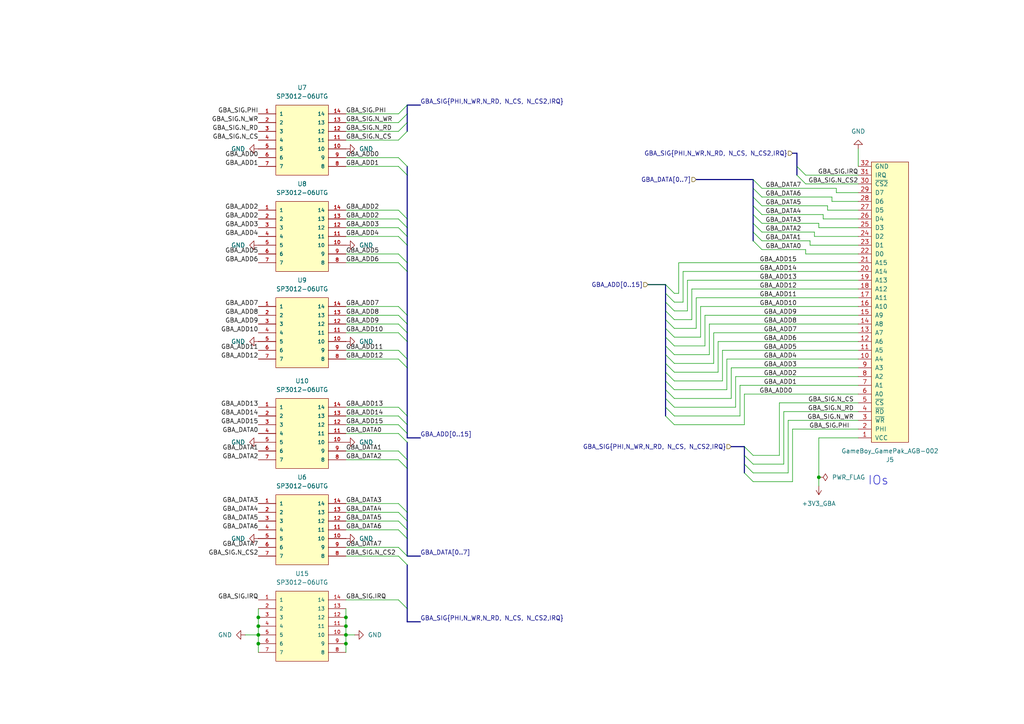
<source format=kicad_sch>
(kicad_sch (version 20250114) (generator "eeschema") (generator_version "9.0")
  (paper "A4")
  (lib_symbols
    (symbol "+3V3_4" (power) (pin_numbers (hide yes)) (pin_names (offset 0) (hide yes))
      (property "Value" "+3V3" (at 0 3.556 0))
      (symbol "+3V3_4_0_1"
        (polyline (pts (xy -0.762 1.27) (xy 0 2.54)))
        (polyline (pts (xy 0 2.54) (xy 0.762 1.27)))
        (polyline (pts (xy 0 0) (xy 0 2.54)))
      )
      (symbol "+3V3_4_1_1"
        (pin power_in line (at 0 0 90) (length 0) (name "~") (number "1"))
      )
    )
    (symbol "Connector_GameBoy:GameBoy_GamePak_AGB-002" (pin_names (offset 1.016))
      (property "Reference" "J" (at -1.27 41.91 0))
      (property "Value" "GameBoy_GamePak_AGB-002" (at -5.08 -42.545 0))
      (symbol "GameBoy_GamePak_AGB-002_0_1"
        (rectangle (start 0 40.64) (end -10.795 -40.64) (fill (type background)))
      )
      (symbol "GameBoy_GamePak_AGB-002_1_1"
        (pin passive line (at 3.81 39.37 180) (length 3.81) (name "VCC") (number "1"))
        (pin passive line (at 3.81 36.83 180) (length 3.81) (name "PHI") (number "2"))
        (pin passive line (at 3.81 34.29 180) (length 3.81) (name "~{WR}") (number "3"))
        (pin passive line (at 3.81 31.75 180) (length 3.81) (name "~{RD}") (number "4"))
        (pin passive line (at 3.81 29.21 180) (length 3.81) (name "~{CS}") (number "5"))
        (pin passive line (at 3.81 26.67 180) (length 3.81) (name "A0") (number "6"))
        (pin passive line (at 3.81 24.13 180) (length 3.81) (name "A1") (number "7"))
        (pin passive line (at 3.81 21.59 180) (length 3.81) (name "A2") (number "8"))
        (pin passive line (at 3.81 19.05 180) (length 3.81) (name "A3") (number "9"))
        (pin passive line (at 3.81 16.51 180) (length 3.81) (name "A4") (number "10"))
        (pin passive line (at 3.81 13.97 180) (length 3.81) (name "A5") (number "11"))
        (pin passive line (at 3.81 11.43 180) (length 3.81) (name "A6") (number "12"))
        (pin passive line (at 3.81 8.89 180) (length 3.81) (name "A7") (number "13"))
        (pin passive line (at 3.81 6.35 180) (length 3.81) (name "A8") (number "14"))
        (pin passive line (at 3.81 3.81 180) (length 3.81) (name "A9") (number "15"))
        (pin passive line (at 3.81 1.27 180) (length 3.81) (name "A10") (number "16"))
        (pin passive line (at 3.81 -1.27 180) (length 3.81) (name "A11") (number "17"))
        (pin passive line (at 3.81 -3.81 180) (length 3.81) (name "A12") (number "18"))
        (pin passive line (at 3.81 -6.35 180) (length 3.81) (name "A13") (number "19"))
        (pin passive line (at 3.81 -8.89 180) (length 3.81) (name "A14") (number "20"))
        (pin passive line (at 3.81 -11.43 180) (length 3.81) (name "A15") (number "21"))
        (pin passive line (at 3.81 -13.97 180) (length 3.81) (name "D0") (number "22"))
        (pin passive line (at 3.81 -16.51 180) (length 3.81) (name "D1") (number "23"))
        (pin passive line (at 3.81 -19.05 180) (length 3.81) (name "D2") (number "24"))
        (pin passive line (at 3.81 -21.59 180) (length 3.81) (name "D3") (number "25"))
        (pin passive line (at 3.81 -24.13 180) (length 3.81) (name "D4") (number "26"))
        (pin passive line (at 3.81 -26.67 180) (length 3.81) (name "D5") (number "27"))
        (pin passive line (at 3.81 -29.21 180) (length 3.81) (name "D6") (number "28"))
        (pin passive line (at 3.81 -31.75 180) (length 3.81) (name "D7") (number "29"))
        (pin passive line (at 3.81 -34.29 180) (length 3.81) (name "~{CS2}") (number "30"))
        (pin passive line (at 3.81 -36.83 180) (length 3.81) (name "IRQ") (number "31"))
        (pin passive line (at 3.81 -39.37 180) (length 3.81) (name "GND") (number "32"))
      )
    )
    (symbol "GND_1" (power) (pin_numbers (hide yes)) (pin_names (offset 0) (hide yes))
      (property "Value" "GND" (at 0 -3.81 0))
      (symbol "GND_1_0_1"
        (polyline (pts (xy 0 0) (xy 0 -1.27) (xy 1.27 -1.27) (xy 0 -2.54) (xy -1.27 -1.27) (xy 0 -1.27)))
      )
      (symbol "GND_1_1_1"
        (pin power_in line (at 0 0 270) (length 0) (name "~") (number "1"))
      )
    )
    (symbol "SP3012-06UTG:SP3012-06UTG" (pin_names (offset 1.016))
      (property "Reference" "U" (at -7.62 10.668 0))
      (property "Value" "SP3012-06UTG" (at -7.62 -12.7 0))
      (symbol "SP3012-06UTG_0_0"
        (rectangle (start -7.62 -10.16) (end 7.62 10.16) (stroke (width 0.1524)) (fill (type background)))
        (pin passive line (at -12.7 7.62 0) (length 5.08) (name "1") (number "1"))
        (pin passive line (at -12.7 5.08 0) (length 5.08) (name "2") (number "2"))
        (pin passive line (at -12.7 2.54 0) (length 5.08) (name "3") (number "3"))
        (pin passive line (at -12.7 0 0) (length 5.08) (name "4") (number "4"))
        (pin passive line (at -12.7 -2.54 0) (length 5.08) (name "5") (number "5"))
        (pin passive line (at -12.7 -5.08 0) (length 5.08) (name "6") (number "6"))
        (pin passive line (at -12.7 -7.62 0) (length 5.08) (name "7") (number "7"))
        (pin passive line (at 12.7 7.62 180) (length 5.08) (name "14") (number "14"))
        (pin passive line (at 12.7 5.08 180) (length 5.08) (name "13") (number "13"))
        (pin passive line (at 12.7 2.54 180) (length 5.08) (name "12") (number "12"))
        (pin passive line (at 12.7 0 180) (length 5.08) (name "11") (number "11"))
        (pin passive line (at 12.7 -2.54 180) (length 5.08) (name "10") (number "10"))
        (pin passive line (at 12.7 -5.08 180) (length 5.08) (name "9") (number "9"))
        (pin passive line (at 12.7 -7.62 180) (length 5.08) (name "8") (number "8"))
      )
    )
    (symbol "power:GND" (power) (pin_numbers (hide yes)) (pin_names (offset 0) (hide yes))
      (property "Value" "GND" (at 0 -3.81 0))
      (symbol "GND_0_1"
        (polyline (pts (xy 0 0) (xy 0 -1.27) (xy 1.27 -1.27) (xy 0 -2.54) (xy -1.27 -1.27) (xy 0 -1.27)))
      )
      (symbol "GND_1_1"
        (pin power_in line (at 0 0 270) (length 0) (name "~") (number "1"))
      )
    )
    (symbol "power:PWR_FLAG" (power) (pin_numbers (hide yes)) (pin_names (offset 0) (hide yes))
      (property "Value" "PWR_FLAG" (at 0 3.81 0))
      (symbol "PWR_FLAG_0_0"
        (pin power_out line (at 0 0 90) (length 0) (name "~") (number "1"))
      )
      (symbol "PWR_FLAG_0_1"
        (polyline (pts (xy 0 0) (xy 0 1.27) (xy -1.016 1.905) (xy 0 2.54) (xy 1.016 1.905) (xy 0 1.27)))
      )
    )
  )
  (text "IOs" (at 257.81 140.97 0) (effects (font (size 2.54 2.54)) (justify right bottom)))
  (junction (at 74.93 181.61))
  (junction (at 100.33 181.61))
  (junction (at 74.93 179.07))
  (junction (at 74.93 186.69))
  (junction (at 100.33 186.69))
  (junction (at 237.49 138.43))
  (junction (at 74.93 184.15))
  (junction (at 100.33 184.15))
  (junction (at 100.33 179.07))
  (bus_entry (at 218.44 52.07) (size 2.54 2.54))
  (bus_entry (at 193.04 115.57) (size 2.54 2.54))
  (bus_entry (at 218.44 62.23) (size 2.54 2.54))
  (bus_entry (at 215.9 132.08) (size 2.54 2.54))
  (bus_entry (at 118.11 128.27) (size -2.54 -2.54))
  (bus_entry (at 193.04 95.25) (size 2.54 2.54))
  (bus_entry (at 193.04 107.95) (size 2.54 2.54))
  (bus_entry (at 193.04 97.79) (size 2.54 2.54))
  (bus_entry (at 118.11 68.58) (size -2.54 -2.54))
  (bus_entry (at 118.11 96.52) (size -2.54 -2.54))
  (bus_entry (at 118.11 33.02) (size -2.54 2.54))
  (bus_entry (at 231.14 50.8) (size 2.54 2.54))
  (bus_entry (at 118.11 151.13) (size -2.54 -2.54))
  (bus_entry (at 193.04 92.71) (size 2.54 2.54))
  (bus_entry (at 118.11 120.65) (size -2.54 -2.54))
  (bus_entry (at 118.11 153.67) (size -2.54 -2.54))
  (bus_entry (at 118.11 91.44) (size -2.54 -2.54))
  (bus_entry (at 118.11 99.06) (size -2.54 -2.54))
  (bus_entry (at 193.04 102.87) (size 2.54 2.54))
  (bus_entry (at 118.11 76.2) (size -2.54 -2.54))
  (bus_entry (at 118.11 38.1) (size -2.54 2.54))
  (bus_entry (at 118.11 104.14) (size -2.54 -2.54))
  (bus_entry (at 193.04 105.41) (size 2.54 2.54))
  (bus_entry (at 218.44 57.15) (size 2.54 2.54))
  (bus_entry (at 193.04 87.63) (size 2.54 2.54))
  (bus_entry (at 218.44 69.85) (size 2.54 2.54))
  (bus_entry (at 118.11 63.5) (size -2.54 -2.54))
  (bus_entry (at 193.04 110.49) (size 2.54 2.54))
  (bus_entry (at 193.04 113.03) (size 2.54 2.54))
  (bus_entry (at 118.11 135.89) (size -2.54 -2.54))
  (bus_entry (at 118.11 50.8) (size -2.54 -2.54))
  (bus_entry (at 218.44 59.69) (size 2.54 2.54))
  (bus_entry (at 215.9 129.54) (size 2.54 2.54))
  (bus_entry (at 231.14 48.26) (size 2.54 2.54))
  (bus_entry (at 193.04 90.17) (size 2.54 2.54))
  (bus_entry (at 193.04 85.09) (size 2.54 2.54))
  (bus_entry (at 118.11 71.12) (size -2.54 -2.54))
  (bus_entry (at 218.44 54.61) (size 2.54 2.54))
  (bus_entry (at 118.11 123.19) (size -2.54 -2.54))
  (bus_entry (at 215.9 137.16) (size 2.54 2.54))
  (bus_entry (at 118.11 30.48) (size -2.54 2.54))
  (bus_entry (at 118.11 106.68) (size -2.54 -2.54))
  (bus_entry (at 118.11 78.74) (size -2.54 -2.54))
  (bus_entry (at 118.11 148.59) (size -2.54 -2.54))
  (bus_entry (at 118.11 66.04) (size -2.54 -2.54))
  (bus_entry (at 118.11 93.98) (size -2.54 -2.54))
  (bus_entry (at 118.11 176.53) (size -2.54 -2.54))
  (bus_entry (at 118.11 161.29) (size -2.54 -2.54))
  (bus_entry (at 218.44 67.31) (size 2.54 2.54))
  (bus_entry (at 193.04 118.11) (size 2.54 2.54))
  (bus_entry (at 193.04 100.33) (size 2.54 2.54))
  (bus_entry (at 118.11 133.35) (size -2.54 -2.54))
  (bus_entry (at 118.11 48.26) (size -2.54 -2.54))
  (bus_entry (at 118.11 163.83) (size -2.54 -2.54))
  (bus_entry (at 218.44 64.77) (size 2.54 2.54))
  (bus_entry (at 118.11 156.21) (size -2.54 -2.54))
  (bus_entry (at 118.11 35.56) (size -2.54 2.54))
  (bus_entry (at 193.04 120.65) (size 2.54 2.54))
  (bus_entry (at 118.11 125.73) (size -2.54 -2.54))
  (bus_entry (at 193.04 82.55) (size 2.54 2.54))
  (bus_entry (at 215.9 134.62) (size 2.54 2.54))
  (bus (pts (xy 118.11 104.14) (xy 118.11 106.68)))
  (wire (pts (xy 214.63 111.76) (xy 248.92 111.76)))
  (wire (pts (xy 248.92 43.18) (xy 248.92 48.26)))
  (wire (pts (xy 208.28 107.95) (xy 208.28 99.06)))
  (bus (pts (xy 118.11 156.21) (xy 118.11 161.29)))
  (wire (pts (xy 208.28 99.06) (xy 248.92 99.06)))
  (bus (pts (xy 193.04 110.49) (xy 193.04 107.95)))
  (bus (pts (xy 212.09 129.54) (xy 215.9 129.54)))
  (wire (pts (xy 220.98 72.39) (xy 233.68 72.39)))
  (bus (pts (xy 193.04 82.55) (xy 187.96 82.55)))
  (wire (pts (xy 201.93 95.25) (xy 201.93 86.36)))
  (wire (pts (xy 100.33 76.2) (xy 115.57 76.2)))
  (wire (pts (xy 195.58 85.09) (xy 196.85 85.09)))
  (bus (pts (xy 118.11 63.5) (xy 118.11 66.04)))
  (bus (pts (xy 118.11 30.48) (xy 118.11 33.02)))
  (bus (pts (xy 118.11 161.29) (xy 121.92 161.29)))
  (wire (pts (xy 195.58 100.33) (xy 204.47 100.33)))
  (wire (pts (xy 100.33 123.19) (xy 115.57 123.19)))
  (bus (pts (xy 229.87 44.45) (xy 231.14 44.45)))
  (wire (pts (xy 220.98 69.85) (xy 234.95 69.85)))
  (wire (pts (xy 218.44 137.16) (xy 228.6 137.16)))
  (wire (pts (xy 100.33 186.69) (xy 100.33 189.23)))
  (wire (pts (xy 100.33 60.96) (xy 115.57 60.96)))
  (wire (pts (xy 215.9 114.3) (xy 248.92 114.3)))
  (bus (pts (xy 118.11 151.13) (xy 118.11 153.67)))
  (wire (pts (xy 74.93 184.15) (xy 74.93 186.69)))
  (wire (pts (xy 100.33 181.61) (xy 100.33 184.15)))
  (wire (pts (xy 100.33 96.52) (xy 115.57 96.52)))
  (wire (pts (xy 218.44 132.08) (xy 226.06 132.08)))
  (bus (pts (xy 118.11 127) (xy 121.92 127)))
  (wire (pts (xy 236.22 67.31) (xy 236.22 68.58)))
  (bus (pts (xy 193.04 118.11) (xy 193.04 115.57)))
  (wire (pts (xy 100.33 161.29) (xy 115.57 161.29)))
  (bus (pts (xy 231.14 48.26) (xy 231.14 50.8)))
  (wire (pts (xy 198.12 87.63) (xy 198.12 78.74)))
  (wire (pts (xy 237.49 64.77) (xy 237.49 66.04)))
  (wire (pts (xy 205.74 102.87) (xy 205.74 93.98)))
  (bus (pts (xy 118.11 153.67) (xy 118.11 156.21)))
  (wire (pts (xy 237.49 138.43) (xy 237.49 127)))
  (wire (pts (xy 195.58 95.25) (xy 201.93 95.25)))
  (wire (pts (xy 198.12 78.74) (xy 248.92 78.74)))
  (wire (pts (xy 195.58 90.17) (xy 199.39 90.17)))
  (wire (pts (xy 218.44 139.7) (xy 229.87 139.7)))
  (wire (pts (xy 238.76 63.5) (xy 248.92 63.5)))
  (wire (pts (xy 100.33 38.1) (xy 115.57 38.1)))
  (wire (pts (xy 233.68 53.34) (xy 248.92 53.34)))
  (wire (pts (xy 241.3 57.15) (xy 241.3 58.42)))
  (wire (pts (xy 240.03 60.96) (xy 248.92 60.96)))
  (wire (pts (xy 195.58 97.79) (xy 203.2 97.79)))
  (bus (pts (xy 118.11 128.27) (xy 118.11 133.35)))
  (wire (pts (xy 100.33 146.05) (xy 115.57 146.05)))
  (wire (pts (xy 220.98 59.69) (xy 240.03 59.69)))
  (wire (pts (xy 204.47 100.33) (xy 204.47 91.44)))
  (wire (pts (xy 229.87 124.46) (xy 248.92 124.46)))
  (bus (pts (xy 118.11 120.65) (xy 118.11 123.19)))
  (wire (pts (xy 195.58 107.95) (xy 208.28 107.95)))
  (wire (pts (xy 196.85 76.2) (xy 248.92 76.2)))
  (wire (pts (xy 234.95 71.12) (xy 248.92 71.12)))
  (wire (pts (xy 227.33 119.38) (xy 248.92 119.38)))
  (wire (pts (xy 228.6 121.92) (xy 248.92 121.92)))
  (bus (pts (xy 118.11 71.12) (xy 118.11 76.2)))
  (wire (pts (xy 100.33 125.73) (xy 115.57 125.73)))
  (wire (pts (xy 100.33 176.53) (xy 100.33 179.07)))
  (wire (pts (xy 100.33 130.81) (xy 115.57 130.81)))
  (wire (pts (xy 100.33 151.13) (xy 115.57 151.13)))
  (wire (pts (xy 199.39 81.28) (xy 248.92 81.28)))
  (wire (pts (xy 100.33 184.15) (xy 100.33 186.69)))
  (wire (pts (xy 207.01 105.41) (xy 207.01 96.52)))
  (bus (pts (xy 118.11 68.58) (xy 118.11 71.12)))
  (bus (pts (xy 218.44 64.77) (xy 218.44 62.23)))
  (wire (pts (xy 212.09 115.57) (xy 212.09 106.68)))
  (wire (pts (xy 100.33 120.65) (xy 115.57 120.65)))
  (wire (pts (xy 226.06 132.08) (xy 226.06 116.84)))
  (bus (pts (xy 218.44 59.69) (xy 218.44 57.15)))
  (bus (pts (xy 215.9 129.54) (xy 215.9 132.08)))
  (wire (pts (xy 195.58 92.71) (xy 200.66 92.71)))
  (wire (pts (xy 115.57 73.66) (xy 100.33 73.66)))
  (wire (pts (xy 209.55 110.49) (xy 209.55 101.6)))
  (bus (pts (xy 218.44 57.15) (xy 218.44 54.61)))
  (bus (pts (xy 231.14 44.45) (xy 231.14 48.26)))
  (wire (pts (xy 100.33 158.75) (xy 115.57 158.75)))
  (bus (pts (xy 118.11 99.06) (xy 118.11 104.14)))
  (wire (pts (xy 100.33 48.26) (xy 115.57 48.26)))
  (bus (pts (xy 193.04 113.03) (xy 193.04 110.49)))
  (wire (pts (xy 195.58 118.11) (xy 213.36 118.11)))
  (wire (pts (xy 220.98 64.77) (xy 237.49 64.77)))
  (bus (pts (xy 193.04 115.57) (xy 193.04 113.03)))
  (wire (pts (xy 195.58 120.65) (xy 214.63 120.65)))
  (bus (pts (xy 118.11 96.52) (xy 118.11 99.06)))
  (bus (pts (xy 218.44 52.07) (xy 218.44 54.61)))
  (wire (pts (xy 226.06 116.84) (xy 248.92 116.84)))
  (bus (pts (xy 118.11 135.89) (xy 118.11 148.59)))
  (wire (pts (xy 215.9 123.19) (xy 215.9 114.3)))
  (wire (pts (xy 100.33 63.5) (xy 115.57 63.5)))
  (wire (pts (xy 237.49 140.97) (xy 237.49 138.43)))
  (bus (pts (xy 193.04 105.41) (xy 193.04 102.87)))
  (wire (pts (xy 228.6 137.16) (xy 228.6 121.92)))
  (wire (pts (xy 204.47 91.44) (xy 248.92 91.44)))
  (wire (pts (xy 195.58 123.19) (xy 215.9 123.19)))
  (wire (pts (xy 100.33 133.35) (xy 115.57 133.35)))
  (wire (pts (xy 233.68 72.39) (xy 233.68 73.66)))
  (wire (pts (xy 227.33 134.62) (xy 227.33 119.38)))
  (bus (pts (xy 118.11 48.26) (xy 118.11 50.8)))
  (wire (pts (xy 200.66 83.82) (xy 248.92 83.82)))
  (wire (pts (xy 234.95 69.85) (xy 234.95 71.12)))
  (wire (pts (xy 195.58 102.87) (xy 205.74 102.87)))
  (bus (pts (xy 118.11 176.53) (xy 118.11 163.83)))
  (wire (pts (xy 195.58 110.49) (xy 209.55 110.49)))
  (bus (pts (xy 218.44 67.31) (xy 218.44 64.77)))
  (bus (pts (xy 118.11 148.59) (xy 118.11 151.13)))
  (wire (pts (xy 205.74 93.98) (xy 248.92 93.98)))
  (wire (pts (xy 248.92 50.8) (xy 233.68 50.8)))
  (wire (pts (xy 187.96 82.55) (xy 193.04 82.55)))
  (bus (pts (xy 118.11 106.68) (xy 118.11 120.65)))
  (wire (pts (xy 115.57 45.72) (xy 100.33 45.72)))
  (wire (pts (xy 220.98 57.15) (xy 241.3 57.15)))
  (wire (pts (xy 195.58 113.03) (xy 210.82 113.03)))
  (wire (pts (xy 233.68 73.66) (xy 248.92 73.66)))
  (wire (pts (xy 74.93 176.53) (xy 74.93 179.07)))
  (bus (pts (xy 215.9 137.16) (xy 215.9 134.62)))
  (bus (pts (xy 118.11 123.19) (xy 118.11 125.73)))
  (bus (pts (xy 193.04 102.87) (xy 193.04 100.33)))
  (wire (pts (xy 196.85 85.09) (xy 196.85 76.2)))
  (wire (pts (xy 100.33 93.98) (xy 115.57 93.98)))
  (wire (pts (xy 115.57 35.56) (xy 100.33 35.56)))
  (wire (pts (xy 220.98 67.31) (xy 236.22 67.31)))
  (wire (pts (xy 236.22 68.58) (xy 248.92 68.58)))
  (wire (pts (xy 237.49 127) (xy 248.92 127)))
  (wire (pts (xy 100.33 68.58) (xy 115.57 68.58)))
  (bus (pts (xy 193.04 87.63) (xy 193.04 90.17)))
  (bus (pts (xy 218.44 62.23) (xy 218.44 59.69)))
  (wire (pts (xy 238.76 62.23) (xy 238.76 63.5)))
  (wire (pts (xy 213.36 109.22) (xy 248.92 109.22)))
  (bus (pts (xy 193.04 87.63) (xy 193.04 85.09)))
  (bus (pts (xy 218.44 69.85) (xy 218.44 67.31)))
  (bus (pts (xy 193.04 120.65) (xy 193.04 118.11)))
  (wire (pts (xy 74.93 181.61) (xy 74.93 184.15)))
  (wire (pts (xy 237.49 66.04) (xy 248.92 66.04)))
  (bus (pts (xy 193.04 100.33) (xy 193.04 97.79)))
  (wire (pts (xy 218.44 134.62) (xy 227.33 134.62)))
  (wire (pts (xy 203.2 88.9) (xy 248.92 88.9)))
  (wire (pts (xy 195.58 115.57) (xy 212.09 115.57)))
  (bus (pts (xy 193.04 95.25) (xy 193.04 92.71)))
  (wire (pts (xy 212.09 106.68) (xy 248.92 106.68)))
  (wire (pts (xy 210.82 104.14) (xy 248.92 104.14)))
  (wire (pts (xy 195.58 87.63) (xy 198.12 87.63)))
  (wire (pts (xy 207.01 96.52) (xy 248.92 96.52)))
  (bus (pts (xy 218.44 52.07) (xy 201.93 52.07)))
  (wire (pts (xy 240.03 59.69) (xy 240.03 60.96)))
  (wire (pts (xy 74.93 186.69) (xy 74.93 189.23)))
  (wire (pts (xy 200.66 92.71) (xy 200.66 83.82)))
  (wire (pts (xy 214.63 120.65) (xy 214.63 111.76)))
  (bus (pts (xy 118.11 33.02) (xy 118.11 35.56)))
  (wire (pts (xy 242.57 54.61) (xy 242.57 55.88)))
  (wire (pts (xy 220.98 54.61) (xy 242.57 54.61)))
  (bus (pts (xy 118.11 93.98) (xy 118.11 96.52)))
  (wire (pts (xy 199.39 90.17) (xy 199.39 81.28)))
  (wire (pts (xy 102.87 184.15) (xy 100.33 184.15)))
  (bus (pts (xy 215.9 132.08) (xy 215.9 134.62)))
  (wire (pts (xy 100.33 173.99) (xy 115.57 173.99)))
  (wire (pts (xy 201.93 86.36) (xy 248.92 86.36)))
  (wire (pts (xy 100.33 153.67) (xy 115.57 153.67)))
  (wire (pts (xy 209.55 101.6) (xy 248.92 101.6)))
  (wire (pts (xy 241.3 58.42) (xy 248.92 58.42)))
  (bus (pts (xy 118.11 35.56) (xy 118.11 38.1)))
  (wire (pts (xy 115.57 101.6) (xy 100.33 101.6)))
  (wire (pts (xy 242.57 55.88) (xy 248.92 55.88)))
  (bus (pts (xy 118.11 50.8) (xy 118.11 63.5)))
  (wire (pts (xy 71.12 184.15) (xy 74.93 184.15)))
  (bus (pts (xy 193.04 92.71) (xy 193.04 90.17)))
  (bus (pts (xy 118.11 91.44) (xy 118.11 93.98)))
  (wire (pts (xy 100.33 179.07) (xy 100.33 181.61)))
  (bus (pts (xy 118.11 78.74) (xy 118.11 91.44)))
  (bus (pts (xy 193.04 107.95) (xy 193.04 105.41)))
  (wire (pts (xy 229.87 139.7) (xy 229.87 124.46)))
  (wire (pts (xy 100.33 104.14) (xy 115.57 104.14)))
  (bus (pts (xy 118.11 125.73) (xy 118.11 127)))
  (bus (pts (xy 121.92 180.34) (xy 118.11 180.34)))
  (wire (pts (xy 100.33 88.9) (xy 115.57 88.9)))
  (bus (pts (xy 118.11 30.48) (xy 121.92 30.48)))
  (wire (pts (xy 210.82 113.03) (xy 210.82 104.14)))
  (bus (pts (xy 118.11 133.35) (xy 118.11 135.89)))
  (wire (pts (xy 100.33 91.44) (xy 115.57 91.44)))
  (wire (pts (xy 74.93 179.07) (xy 74.93 181.61)))
  (wire (pts (xy 100.33 118.11) (xy 115.57 118.11)))
  (bus (pts (xy 193.04 85.09) (xy 193.04 82.55)))
  (wire (pts (xy 100.33 148.59) (xy 115.57 148.59)))
  (wire (pts (xy 195.58 105.41) (xy 207.01 105.41)))
  (wire (pts (xy 100.33 66.04) (xy 115.57 66.04)))
  (bus (pts (xy 193.04 97.79) (xy 193.04 95.25)))
  (bus (pts (xy 118.11 180.34) (xy 118.11 176.53)))
  (wire (pts (xy 220.98 62.23) (xy 238.76 62.23)))
  (wire (pts (xy 115.57 40.64) (xy 100.33 40.64)))
  (wire (pts (xy 213.36 118.11) (xy 213.36 109.22)))
  (bus (pts (xy 118.11 66.04) (xy 118.11 68.58)))
  (wire (pts (xy 203.2 97.79) (xy 203.2 88.9)))
  (bus (pts (xy 118.11 76.2) (xy 118.11 78.74)))
  (wire (pts (xy 115.57 33.02) (xy 100.33 33.02)))
  (label "GBA_SIG.N_CS" (at 100.33 40.64 0))
  (label "GBA_ADD0" (at 229.87 114.3 180))
  (label "GBA_ADD7" (at 231.14 96.52 180))
  (label "GBA_ADD6" (at 231.14 99.06 180))
  (label "GBA_ADD9" (at 231.14 91.44 180))
  (label "GBA_ADD14" (at 74.93 120.65 180))
  (label "GBA_ADD5" (at 100.33 73.66 0))
  (label "GBA_ADD2" (at 74.93 63.5 180))
  (label "GBA_DATA4" (at 74.93 148.59 180))
  (label "GBA_SIG{PHI,N_WR,N_RD, N_CS, N_CS2,IRQ}" (at 121.92 30.48 0))
  (label "GBA_DATA0" (at 74.93 125.73 180))
  (label "GBA_ADD3" (at 100.33 66.04 0))
  (label "GBA_ADD2" (at 74.93 60.96 180))
  (label "GBA_ADD8" (at 74.93 91.44 180))
  (label "GBA_DATA0" (at 232.41 72.39 180))
  (label "GBA_ADD13" (at 100.33 118.11 0))
  (label "GBA_ADD4" (at 100.33 68.58 0))
  (label "GBA_ADD8" (at 231.14 93.98 180))
  (label "GBA_DATA3" (at 232.41 64.77 180))
  (label "GBA_SIG.IRQ" (at 100.33 173.99 0))
  (label "GBA_ADD9" (at 100.33 93.98 0))
  (label "GBA_SIG.N_RD" (at 100.33 38.1 0))
  (label "GBA_DATA2" (at 100.33 133.35 0))
  (label "GBA_ADD2" (at 231.14 109.22 180))
  (label "GBA_SIG.PHI" (at 246.38 124.46 180))
  (label "GBA_SIG.N_RD" (at 247.65 119.38 180))
  (label "GBA_SIG.N_CS" (at 247.65 116.84 180))
  (label "GBA_ADD3" (at 231.14 106.68 180))
  (label "GBA_ADD0" (at 100.33 45.72 0))
  (label "GBA_DATA7" (at 100.33 158.75 0))
  (label "GBA_DATA4" (at 232.41 62.23 180))
  (label "GBA_DATA2" (at 232.41 67.31 180))
  (label "GBA_ADD6" (at 74.93 76.2 180))
  (label "GBA_SIG{PHI,N_WR,N_RD, N_CS, N_CS2,IRQ}" (at 121.92 180.34 0))
  (label "GBA_ADD5" (at 231.14 101.6 180))
  (label "GBA_SIG.PHI" (at 100.33 33.02 0))
  (label "GBA_SIG.IRQ" (at 248.92 50.8 180))
  (label "GBA_ADD12" (at 231.14 83.82 180))
  (label "GBA_DATA3" (at 74.93 146.05 180))
  (label "GBA_ADD9" (at 74.93 93.98 180))
  (label "GBA_ADD3" (at 74.93 66.04 180))
  (label "GBA_ADD11" (at 74.93 101.6 180))
  (label "GBA_DATA4" (at 100.33 148.59 0))
  (label "GBA_DATA5" (at 74.93 151.13 180))
  (label "GBA_ADD5" (at 74.93 73.66 180))
  (label "GBA_ADD10" (at 100.33 96.52 0))
  (label "GBA_DATA7" (at 74.93 158.75 180))
  (label "GBA_SIG.N_CS2" (at 248.92 53.34 180))
  (label "GBA_ADD1" (at 74.93 48.26 180))
  (label "GBA_ADD4" (at 231.14 104.14 180))
  (label "GBA_ADD10" (at 231.14 88.9 180))
  (label "GBA_ADD8" (at 100.33 91.44 0))
  (label "GBA_DATA5" (at 232.41 59.69 180))
  (label "GBA_DATA2" (at 74.93 133.35 180))
  (label "GBA_ADD0" (at 74.93 45.72 180))
  (label "GBA_ADD13" (at 231.14 81.28 180))
  (label "GBA_ADD15" (at 100.33 123.19 0))
  (label "GBA_ADD1" (at 100.33 48.26 0))
  (label "GBA_DATA0" (at 100.33 125.73 0))
  (label "GBA_DATA7" (at 232.41 54.61 180))
  (label "GBA_ADD[0..15]" (at 121.92 127 0))
  (label "GBA_ADD7" (at 100.33 88.9 0))
  (label "GBA_DATA6" (at 100.33 153.67 0))
  (label "GBA_DATA[0..7]" (at 121.92 161.29 0))
  (label "GBA_ADD12" (at 100.33 104.14 0))
  (label "GBA_ADD15" (at 231.14 76.2 180))
  (label "GBA_SIG.N_WR" (at 74.93 35.56 180))
  (label "GBA_ADD2" (at 100.33 63.5 0))
  (label "GBA_SIG.N_RD" (at 74.93 38.1 180))
  (label "GBA_ADD6" (at 100.33 76.2 0))
  (label "GBA_SIG.N_CS2" (at 74.93 161.29 180))
  (label "GBA_DATA3" (at 100.33 146.05 0))
  (label "GBA_DATA1" (at 74.93 130.81 180))
  (label "GBA_ADD10" (at 74.93 96.52 180))
  (label "GBA_SIG.N_WR" (at 100.33 35.56 0))
  (label "GBA_SIG.N_CS2" (at 100.33 161.29 0))
  (label "GBA_ADD15" (at 74.93 123.19 180))
  (label "GBA_ADD14" (at 231.14 78.74 180))
  (label "GBA_ADD7" (at 74.93 88.9 180))
  (label "GBA_SIG.IRQ" (at 74.93 173.99 180))
  (label "GBA_ADD11" (at 231.14 86.36 180))
  (label "GBA_ADD1" (at 231.14 111.76 180))
  (label "GBA_DATA1" (at 232.41 69.85 180))
  (label "GBA_ADD4" (at 74.93 68.58 180))
  (label "GBA_DATA6" (at 74.93 153.67 180))
  (label "GBA_ADD14" (at 100.33 120.65 0))
  (label "GBA_SIG.PHI" (at 74.93 33.02 180))
  (label "GBA_SIG.N_WR" (at 247.65 121.92 180))
  (label "GBA_DATA1" (at 100.33 130.81 0))
  (label "GBA_ADD13" (at 74.93 118.11 180))
  (label "GBA_ADD12" (at 74.93 104.14 180))
  (label "GBA_SIG.N_CS" (at 74.93 40.64 180))
  (label "GBA_DATA5" (at 100.33 151.13 0))
  (label "GBA_DATA6" (at 232.41 57.15 180))
  (label "GBA_ADD11" (at 100.33 101.6 0))
  (label "GBA_ADD2" (at 100.33 60.96 0))
  (hierarchical_label "GBA_SIG{PHI,N_WR,N_RD, N_CS, N_CS2,IRQ}" (shape input) (at 212.09 129.54 180))
  (hierarchical_label "GBA_SIG{PHI,N_WR,N_RD, N_CS, N_CS2,IRQ}" (shape input) (at 229.87 44.45 180))
  (hierarchical_label "GBA_ADD[0..15]" (shape input) (at 187.96 82.55 180))
  (hierarchical_label "GBA_DATA[0..7]" (shape input) (at 201.93 52.07 180))
  (symbol (lib_id "power:GND") (at 100.33 71.12 90) (unit 1)
    (property "Reference" "#PWR037" (effects (hide yes)))
    (property "Value" "GND" (at 104.14 71.1199 90) (effects (justify right)))
    (property "Description" "Power symbol creates a global label with name \"GND\" , ground" (effects (hide yes)))
  )
  (symbol (lib_id "SP3012-06UTG:SP3012-06UTG") (at 87.63 68.58 0) (unit 1)
    (property "Reference" "U8" (at 87.63 53.34 0))
    (property "Value" "SP3012-06UTG" (at 87.63 55.88 0))
    (property "Footprint" "Package_DFN_QFN:DFN-14_1.35x3.5mm_P0.5mm" (effects (hide yes)))
    (property "B_NOM" "0.2" (effects (hide yes)))
    (property "D_MAX" "3.6" (effects (hide yes)))
    (property "A_MAX" "0.55" (effects (hide yes)))
    (property "B_MIN" "0.15" (effects (hide yes)))
    (property "Check_prices" "https://www.snapeda.com/parts/SP3012-06UTG/Littelfuse/view-part/?ref=eda" (effects (hide yes)))
    (property "B_MAX" "0.25" (effects (hide yes)))
    (property "Description_1" "7V (Typ) Clamp 4A (8/20µs) Ipp Tvs Diode Surface Mount 14-UDFN (3.5x1.35)" (effects (hide yes)))
    (property "Price" "None" (effects (hide yes)))
    (property "ENOM" "0.5" (effects (hide yes)))
    (property "D_NOM" "3.5" (effects (hide yes)))
    (property "L_MAX" "0.35" (effects (hide yes)))
    (property "Package" "UDFN-14 Littelfuse" (effects (hide yes)))
    (property "E2_NOM" "0.0" (effects (hide yes)))
    (property "D2_NOM" "0.0" (effects (hide yes)))
    (property "PARTREV" "02/23/17" (effects (hide yes)))
    (property "SnapEDA_Link" "https://www.snapeda.com/parts/SP3012-06UTG/Littelfuse/view-part/?ref=snap" (effects (hide yes)))
    (property "E_NOM" "1.35" (effects (hide yes)))
    (property "STANDARD" "IPC 7351B" (effects (hide yes)))
    (property "PIN_COUNT" "14.0" (effects (hide yes)))
    (property "L_NOM" "0.3" (effects (hide yes)))
    (property "MANUFACTURER" "Littelfuse" (effects (hide yes)))
    (property "MF" "Littelfuse Inc." (effects (hide yes)))
    (property "MAXIMUM_PACKAGE_HEIGHT" "0.55mm" (effects (hide yes)))
    (property "E_MIN" "1.25" (effects (hide yes)))
    (property "D_MIN" "3.4" (effects (hide yes)))
    (property "MP" "SP3012-06UTG" (effects (hide yes)))
    (property "L_MIN" "0.25" (effects (hide yes)))
    (property "Availability" "In Stock" (effects (hide yes)))
    (property "E_MAX" "1.45" (effects (hide yes)))
  )
  (symbol (lib_id "Connector_GameBoy:GameBoy_GamePak_AGB-002") (at 252.73 87.63 180) (unit 1)
    (property "Reference" "J5" (at 258.1275 133.35 0))
    (property "Value" "GameBoy_GamePak_AGB-002" (at 258.1275 130.81 0))
    (property "Footprint" "Connector_GameBoy:GameBoy_GamePak_AGB-002_P1.50mm_Edge" (effects (hide yes)))
  )
  (symbol (lib_name "+3V3_4") (lib_id "power:+3V3") (at 237.49 140.97 180) (unit 1)
    (property "Reference" "#PWR012" (effects (hide yes)))
    (property "Value" "+3V3_GBA" (at 237.49 146.05 0))
    (property "Description" "Power symbol creates a global label with name \"+3V3\"" (effects (hide yes)))
  )
  (symbol (lib_id "power:GND") (at 100.33 99.06 90) (unit 1)
    (property "Reference" "#PWR029" (effects (hide yes)))
    (property "Value" "GND" (at 104.14 99.0599 90) (effects (justify right)))
    (property "Description" "Power symbol creates a global label with name \"GND\" , ground" (effects (hide yes)))
  )
  (symbol (lib_id "SP3012-06UTG:SP3012-06UTG") (at 87.63 40.64 0) (unit 1)
    (property "Reference" "U7" (at 87.63 25.4 0))
    (property "Value" "SP3012-06UTG" (at 87.63 27.94 0))
    (property "Footprint" "Package_DFN_QFN:DFN-14_1.35x3.5mm_P0.5mm" (effects (hide yes)))
    (property "B_NOM" "0.2" (effects (hide yes)))
    (property "D_MAX" "3.6" (effects (hide yes)))
    (property "A_MAX" "0.55" (effects (hide yes)))
    (property "B_MIN" "0.15" (effects (hide yes)))
    (property "Check_prices" "https://www.snapeda.com/parts/SP3012-06UTG/Littelfuse/view-part/?ref=eda" (effects (hide yes)))
    (property "B_MAX" "0.25" (effects (hide yes)))
    (property "Description_1" "7V (Typ) Clamp 4A (8/20µs) Ipp Tvs Diode Surface Mount 14-UDFN (3.5x1.35)" (effects (hide yes)))
    (property "Price" "None" (effects (hide yes)))
    (property "ENOM" "0.5" (effects (hide yes)))
    (property "D_NOM" "3.5" (effects (hide yes)))
    (property "L_MAX" "0.35" (effects (hide yes)))
    (property "Package" "UDFN-14 Littelfuse" (effects (hide yes)))
    (property "E2_NOM" "0.0" (effects (hide yes)))
    (property "D2_NOM" "0.0" (effects (hide yes)))
    (property "PARTREV" "02/23/17" (effects (hide yes)))
    (property "SnapEDA_Link" "https://www.snapeda.com/parts/SP3012-06UTG/Littelfuse/view-part/?ref=snap" (effects (hide yes)))
    (property "E_NOM" "1.35" (effects (hide yes)))
    (property "STANDARD" "IPC 7351B" (effects (hide yes)))
    (property "PIN_COUNT" "14.0" (effects (hide yes)))
    (property "L_NOM" "0.3" (effects (hide yes)))
    (property "MANUFACTURER" "Littelfuse" (effects (hide yes)))
    (property "MF" "Littelfuse Inc." (effects (hide yes)))
    (property "MAXIMUM_PACKAGE_HEIGHT" "0.55mm" (effects (hide yes)))
    (property "E_MIN" "1.25" (effects (hide yes)))
    (property "D_MIN" "3.4" (effects (hide yes)))
    (property "MP" "SP3012-06UTG" (effects (hide yes)))
    (property "L_MIN" "0.25" (effects (hide yes)))
    (property "Availability" "In Stock" (effects (hide yes)))
    (property "E_MAX" "1.45" (effects (hide yes)))
  )
  (symbol (lib_id "SP3012-06UTG:SP3012-06UTG") (at 87.63 181.61 0) (unit 1)
    (property "Reference" "U15" (at 87.63 166.37 0))
    (property "Value" "SP3012-06UTG" (at 87.63 168.91 0))
    (property "Footprint" "Package_DFN_QFN:DFN-14_1.35x3.5mm_P0.5mm" (effects (hide yes)))
    (property "B_NOM" "0.2" (effects (hide yes)))
    (property "D_MAX" "3.6" (effects (hide yes)))
    (property "A_MAX" "0.55" (effects (hide yes)))
    (property "B_MIN" "0.15" (effects (hide yes)))
    (property "Check_prices" "https://www.snapeda.com/parts/SP3012-06UTG/Littelfuse/view-part/?ref=eda" (effects (hide yes)))
    (property "B_MAX" "0.25" (effects (hide yes)))
    (property "Description_1" "7V (Typ) Clamp 4A (8/20µs) Ipp Tvs Diode Surface Mount 14-UDFN (3.5x1.35)" (effects (hide yes)))
    (property "Price" "None" (effects (hide yes)))
    (property "ENOM" "0.5" (effects (hide yes)))
    (property "D_NOM" "3.5" (effects (hide yes)))
    (property "L_MAX" "0.35" (effects (hide yes)))
    (property "Package" "UDFN-14 Littelfuse" (effects (hide yes)))
    (property "E2_NOM" "0.0" (effects (hide yes)))
    (property "D2_NOM" "0.0" (effects (hide yes)))
    (property "PARTREV" "02/23/17" (effects (hide yes)))
    (property "SnapEDA_Link" "https://www.snapeda.com/parts/SP3012-06UTG/Littelfuse/view-part/?ref=snap" (effects (hide yes)))
    (property "E_NOM" "1.35" (effects (hide yes)))
    (property "STANDARD" "IPC 7351B" (effects (hide yes)))
    (property "PIN_COUNT" "14.0" (effects (hide yes)))
    (property "L_NOM" "0.3" (effects (hide yes)))
    (property "MANUFACTURER" "Littelfuse" (effects (hide yes)))
    (property "MF" "Littelfuse Inc." (effects (hide yes)))
    (property "MAXIMUM_PACKAGE_HEIGHT" "0.55mm" (effects (hide yes)))
    (property "E_MIN" "1.25" (effects (hide yes)))
    (property "D_MIN" "3.4" (effects (hide yes)))
    (property "MP" "SP3012-06UTG" (effects (hide yes)))
    (property "L_MIN" "0.25" (effects (hide yes)))
    (property "Availability" "In Stock" (effects (hide yes)))
    (property "E_MAX" "1.45" (effects (hide yes)))
  )
  (symbol (lib_id "power:GND") (at 74.93 99.06 270) (unit 1)
    (property "Reference" "#PWR047" (effects (hide yes)))
    (property "Value" "GND" (at 71.12 99.0599 90) (effects (justify right)))
    (property "Description" "Power symbol creates a global label with name \"GND\" , ground" (effects (hide yes)))
  )
  (symbol (lib_id "power:GND") (at 102.87 184.15 90) (unit 1)
    (property "Reference" "#PWR040" (effects (hide yes)))
    (property "Value" "GND" (at 106.68 184.1499 90) (effects (justify right)))
    (property "Description" "Power symbol creates a global label with name \"GND\" , ground" (effects (hide yes)))
  )
  (symbol (lib_id "power:GND") (at 74.93 156.21 270) (unit 1)
    (property "Reference" "#PWR056" (effects (hide yes)))
    (property "Value" "GND" (at 71.12 156.2099 90) (effects (justify right)))
    (property "Description" "Power symbol creates a global label with name \"GND\" , ground" (effects (hide yes)))
  )
  (symbol (lib_id "power:PWR_FLAG") (at 237.49 138.43 270) (unit 1)
    (property "Reference" "#FLG01" (effects (hide yes)))
    (property "Value" "PWR_FLAG" (at 241.3 138.4299 90) (effects (justify left)))
    (property "Description" "Special symbol for telling ERC where power comes from" (effects (hide yes)))
  )
  (symbol (lib_id "power:GND") (at 71.12 184.15 270) (unit 1)
    (property "Reference" "#PWR042" (effects (hide yes)))
    (property "Value" "GND" (at 67.31 184.1499 90) (effects (justify right)))
    (property "Description" "Power symbol creates a global label with name \"GND\" , ground" (effects (hide yes)))
  )
  (symbol (lib_id "power:GND") (at 100.33 43.18 90) (unit 1)
    (property "Reference" "#PWR036" (effects (hide yes)))
    (property "Value" "GND" (at 104.14 43.1799 90) (effects (justify right)))
    (property "Description" "Power symbol creates a global label with name \"GND\" , ground" (effects (hide yes)))
  )
  (symbol (lib_id "power:GND") (at 74.93 43.18 270) (unit 1)
    (property "Reference" "#PWR045" (effects (hide yes)))
    (property "Value" "GND" (at 71.12 43.1801 90) (effects (justify right)))
    (property "Description" "Power symbol creates a global label with name \"GND\" , ground" (effects (hide yes)))
  )
  (symbol (lib_id "power:GND") (at 74.93 128.27 270) (unit 1)
    (property "Reference" "#PWR055" (effects (hide yes)))
    (property "Value" "GND" (at 71.12 128.2699 90) (effects (justify right)))
    (property "Description" "Power symbol creates a global label with name \"GND\" , ground" (effects (hide yes)))
  )
  (symbol (lib_id "SP3012-06UTG:SP3012-06UTG") (at 87.63 153.67 0) (unit 1)
    (property "Reference" "U6" (at 87.63 138.43 0))
    (property "Value" "SP3012-06UTG" (at 87.63 140.97 0))
    (property "Footprint" "Package_DFN_QFN:DFN-14_1.35x3.5mm_P0.5mm" (effects (hide yes)))
    (property "B_NOM" "0.2" (effects (hide yes)))
    (property "D_MAX" "3.6" (effects (hide yes)))
    (property "A_MAX" "0.55" (effects (hide yes)))
    (property "B_MIN" "0.15" (effects (hide yes)))
    (property "Check_prices" "https://www.snapeda.com/parts/SP3012-06UTG/Littelfuse/view-part/?ref=eda" (effects (hide yes)))
    (property "B_MAX" "0.25" (effects (hide yes)))
    (property "Description_1" "7V (Typ) Clamp 4A (8/20µs) Ipp Tvs Diode Surface Mount 14-UDFN (3.5x1.35)" (effects (hide yes)))
    (property "Price" "None" (effects (hide yes)))
    (property "ENOM" "0.5" (effects (hide yes)))
    (property "D_NOM" "3.5" (effects (hide yes)))
    (property "L_MAX" "0.35" (effects (hide yes)))
    (property "Package" "UDFN-14 Littelfuse" (effects (hide yes)))
    (property "E2_NOM" "0.0" (effects (hide yes)))
    (property "D2_NOM" "0.0" (effects (hide yes)))
    (property "PARTREV" "02/23/17" (effects (hide yes)))
    (property "SnapEDA_Link" "https://www.snapeda.com/parts/SP3012-06UTG/Littelfuse/view-part/?ref=snap" (effects (hide yes)))
    (property "E_NOM" "1.35" (effects (hide yes)))
    (property "STANDARD" "IPC 7351B" (effects (hide yes)))
    (property "PIN_COUNT" "14.0" (effects (hide yes)))
    (property "L_NOM" "0.3" (effects (hide yes)))
    (property "MANUFACTURER" "Littelfuse" (effects (hide yes)))
    (property "MF" "Littelfuse Inc." (effects (hide yes)))
    (property "MAXIMUM_PACKAGE_HEIGHT" "0.55mm" (effects (hide yes)))
    (property "E_MIN" "1.25" (effects (hide yes)))
    (property "D_MIN" "3.4" (effects (hide yes)))
    (property "MP" "SP3012-06UTG" (effects (hide yes)))
    (property "L_MIN" "0.25" (effects (hide yes)))
    (property "Availability" "In Stock" (effects (hide yes)))
    (property "E_MAX" "1.45" (effects (hide yes)))
  )
  (symbol (lib_id "power:GND") (at 100.33 156.21 90) (unit 1)
    (property "Reference" "#PWR038" (effects (hide yes)))
    (property "Value" "GND" (at 104.14 156.2099 90) (effects (justify right)))
    (property "Description" "Power symbol creates a global label with name \"GND\" , ground" (effects (hide yes)))
  )
  (symbol (lib_id "SP3012-06UTG:SP3012-06UTG") (at 87.63 125.73 0) (unit 1)
    (property "Reference" "U10" (at 87.63 110.49 0))
    (property "Value" "SP3012-06UTG" (at 87.63 113.03 0))
    (property "Footprint" "Package_DFN_QFN:DFN-14_1.35x3.5mm_P0.5mm" (effects (hide yes)))
    (property "B_NOM" "0.2" (effects (hide yes)))
    (property "D_MAX" "3.6" (effects (hide yes)))
    (property "A_MAX" "0.55" (effects (hide yes)))
    (property "B_MIN" "0.15" (effects (hide yes)))
    (property "Check_prices" "https://www.snapeda.com/parts/SP3012-06UTG/Littelfuse/view-part/?ref=eda" (effects (hide yes)))
    (property "B_MAX" "0.25" (effects (hide yes)))
    (property "Description_1" "7V (Typ) Clamp 4A (8/20µs) Ipp Tvs Diode Surface Mount 14-UDFN (3.5x1.35)" (effects (hide yes)))
    (property "Price" "None" (effects (hide yes)))
    (property "ENOM" "0.5" (effects (hide yes)))
    (property "D_NOM" "3.5" (effects (hide yes)))
    (property "L_MAX" "0.35" (effects (hide yes)))
    (property "Package" "UDFN-14 Littelfuse" (effects (hide yes)))
    (property "E2_NOM" "0.0" (effects (hide yes)))
    (property "D2_NOM" "0.0" (effects (hide yes)))
    (property "PARTREV" "02/23/17" (effects (hide yes)))
    (property "SnapEDA_Link" "https://www.snapeda.com/parts/SP3012-06UTG/Littelfuse/view-part/?ref=snap" (effects (hide yes)))
    (property "E_NOM" "1.35" (effects (hide yes)))
    (property "STANDARD" "IPC 7351B" (effects (hide yes)))
    (property "PIN_COUNT" "14.0" (effects (hide yes)))
    (property "L_NOM" "0.3" (effects (hide yes)))
    (property "MANUFACTURER" "Littelfuse" (effects (hide yes)))
    (property "MF" "Littelfuse Inc." (effects (hide yes)))
    (property "MAXIMUM_PACKAGE_HEIGHT" "0.55mm" (effects (hide yes)))
    (property "E_MIN" "1.25" (effects (hide yes)))
    (property "D_MIN" "3.4" (effects (hide yes)))
    (property "MP" "SP3012-06UTG" (effects (hide yes)))
    (property "L_MIN" "0.25" (effects (hide yes)))
    (property "Availability" "In Stock" (effects (hide yes)))
    (property "E_MAX" "1.45" (effects (hide yes)))
  )
  (symbol (lib_id "power:GND") (at 100.33 128.27 90) (unit 1)
    (property "Reference" "#PWR022" (effects (hide yes)))
    (property "Value" "GND" (at 104.14 128.2699 90) (effects (justify right)))
    (property "Description" "Power symbol creates a global label with name \"GND\" , ground" (effects (hide yes)))
  )
  (symbol (lib_id "power:GND") (at 74.93 71.12 270) (unit 1)
    (property "Reference" "#PWR046" (effects (hide yes)))
    (property "Value" "GND" (at 71.12 71.1199 90) (effects (justify right)))
    (property "Description" "Power symbol creates a global label with name \"GND\" , ground" (effects (hide yes)))
  )
  (symbol (lib_id "SP3012-06UTG:SP3012-06UTG") (at 87.63 96.52 0) (unit 1)
    (property "Reference" "U9" (at 87.63 81.28 0))
    (property "Value" "SP3012-06UTG" (at 87.63 83.82 0))
    (property "Footprint" "Package_DFN_QFN:DFN-14_1.35x3.5mm_P0.5mm" (effects (hide yes)))
    (property "B_NOM" "0.2" (effects (hide yes)))
    (property "D_MAX" "3.6" (effects (hide yes)))
    (property "A_MAX" "0.55" (effects (hide yes)))
    (property "B_MIN" "0.15" (effects (hide yes)))
    (property "Check_prices" "https://www.snapeda.com/parts/SP3012-06UTG/Littelfuse/view-part/?ref=eda" (effects (hide yes)))
    (property "B_MAX" "0.25" (effects (hide yes)))
    (property "Description_1" "7V (Typ) Clamp 4A (8/20µs) Ipp Tvs Diode Surface Mount 14-UDFN (3.5x1.35)" (effects (hide yes)))
    (property "Price" "None" (effects (hide yes)))
    (property "ENOM" "0.5" (effects (hide yes)))
    (property "D_NOM" "3.5" (effects (hide yes)))
    (property "L_MAX" "0.35" (effects (hide yes)))
    (property "Package" "UDFN-14 Littelfuse" (effects (hide yes)))
    (property "E2_NOM" "0.0" (effects (hide yes)))
    (property "D2_NOM" "0.0" (effects (hide yes)))
    (property "PARTREV" "02/23/17" (effects (hide yes)))
    (property "SnapEDA_Link" "https://www.snapeda.com/parts/SP3012-06UTG/Littelfuse/view-part/?ref=snap" (effects (hide yes)))
    (property "E_NOM" "1.35" (effects (hide yes)))
    (property "STANDARD" "IPC 7351B" (effects (hide yes)))
    (property "PIN_COUNT" "14.0" (effects (hide yes)))
    (property "L_NOM" "0.3" (effects (hide yes)))
    (property "MANUFACTURER" "Littelfuse" (effects (hide yes)))
    (property "MF" "Littelfuse Inc." (effects (hide yes)))
    (property "MAXIMUM_PACKAGE_HEIGHT" "0.55mm" (effects (hide yes)))
    (property "E_MIN" "1.25" (effects (hide yes)))
    (property "D_MIN" "3.4" (effects (hide yes)))
    (property "MP" "SP3012-06UTG" (effects (hide yes)))
    (property "L_MIN" "0.25" (effects (hide yes)))
    (property "Availability" "In Stock" (effects (hide yes)))
    (property "E_MAX" "1.45" (effects (hide yes)))
  )
  (symbol (lib_name "GND_1") (lib_id "power:GND") (at 248.92 43.18 180) (unit 1)
    (property "Reference" "#PWR07" (effects (hide yes)))
    (property "Value" "GND" (at 248.92 38.1 0))
    (property "Description" "Power symbol creates a global label with name \"GND\" , ground" (effects (hide yes)))
  )
)
</source>
